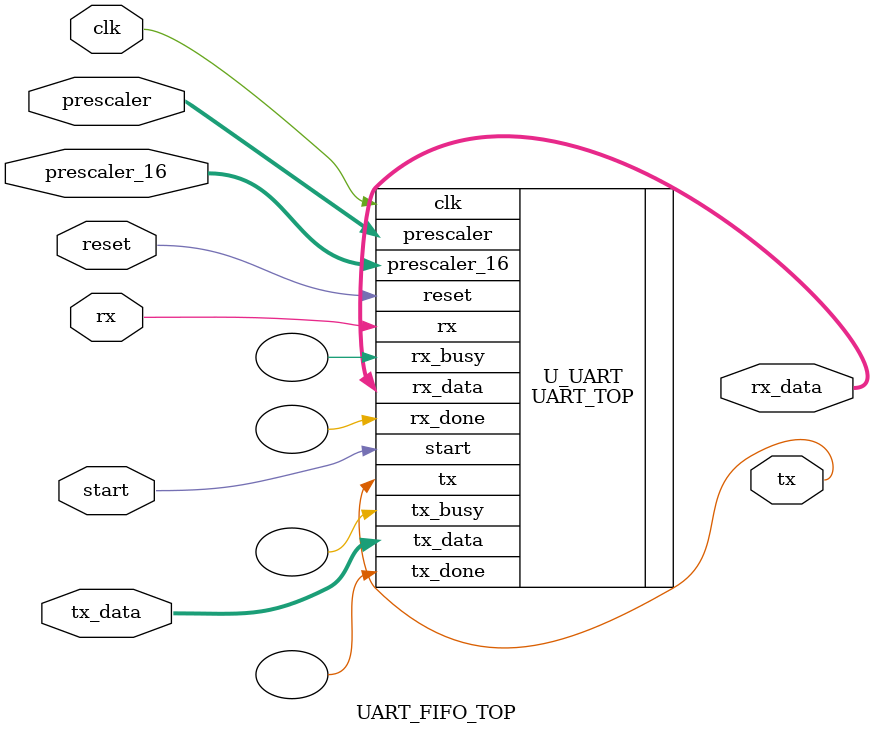
<source format=sv>
`timescale 1ns / 1ps

module periph_uart (
    input  logic        PCLK,          // APB CLK
    input  logic        PRESET,        // APB asynchronous RESET
    // APB Interface Signals
    input  logic [31:0] PADDR,
    input  logic        PWRITE,
    input  logic        PSEL,
    input  logic        PENABLE,
    input  logic [31:0] PWDATA,
    output logic [31:0] PRDATA,
    output logic        PREADY,
    input  logic        start_button,
    // Internal Signals
    input  logic        rx,
    output logic        tx
);

    logic [31:0] prescaler;
    logic [31:0] prescaler_16;
    logic [7:0] tx_data, rx_data;
    logic control, clk_out;

    assign prescaler_16 = prescaler / 16;

    
    apb_slave_interface_uart U_APB_SLAVE_INTERFACE (
        .*,
        .control(control),
        .prescaler(prescaler),
        .tx_data(tx_data),
        .rx_data(rx_data)
    );

    clock_gate U_CLOCK_GATE (
        .clk_in (PCLK),
        .enable (control),
        .clk_out(clk_out)
    );

    UART_FIFO_TOP U_UART (
        .clk(clk_out),
        .reset(PRESET),
        .start(start_button),
        .prescaler(prescaler),
        .prescaler_16(prescaler_16),
        .tx_data(tx_data),
        .rx_data(rx_data),
        .rx(rx),
        .tx(tx)
    );
endmodule


module apb_slave_interface_uart (
    input  logic        PCLK,     // APB CLK
    input  logic        PRESET,   // APB asynchronous RESET
    // APB Interface Signals
    input  logic [31:0] PADDR,
    input  logic        PWRITE,
    input  logic        PSEL,
    input  logic        PENABLE,
    input  logic [31:0] PWDATA,
    output logic [31:0] PRDATA,
    output logic        PREADY,
    // Internal Signals
    output logic        control,
    output logic [31:0] prescaler,
    output logic [ 7:0] tx_data,
    input  logic [ 7:0] rx_data
);

    localparam START_ADDR = 4'h0;
    localparam PRESCALER_ADDR = 4'h4;
    localparam TX_ADDR = 4'h8;
    localparam RX_ADDR = 4'hc;

    logic [31:0] start_reg, prescaler_reg, rx_reg, tx_reg;

    assign control = start_reg[0];
    assign prescaler = prescaler_reg;
    assign tx_data = tx_reg[7:0];
    assign rx_reg  = {24'b0, rx_data};

    always_ff @(posedge PCLK, posedge PRESET) begin
        if (PRESET) begin
            start_reg <= 0; 
            prescaler_reg <= 0;
            tx_reg <= 0;   
        end else begin
            PREADY <= 1'b0;

            if (PSEL && PENABLE && PWRITE) begin
                PREADY <= 1'b1;
                case (PADDR[3:0])
                    START_ADDR: start_reg <= PWDATA;
                    PRESCALER_ADDR: prescaler_reg <= PWDATA;
                    TX_ADDR: tx_reg <= PWDATA;
                    default: ;
                endcase
            end else if (PSEL && PENABLE && !PWRITE) begin
                PREADY <= 1'b1;
                case (PADDR[3:0])
                    START_ADDR: PRDATA <= start_reg;
                    PRESCALER_ADDR: PRDATA <= prescaler_reg;
                    RX_ADDR: PRDATA <= rx_reg;
                    default: PRDATA = 'x;
                endcase
            end
        end
    end
endmodule


module UART_FIFO_TOP (
    input clk,
    input reset,
    input start,
    input [31:0] prescaler,
    input [31:0] prescaler_16,
    input [7:0] tx_data,
    output [7:0] rx_data,
    input rx,
    output tx
);

    wire [7:0] w_tx_data, w_rx_data;
    wire w_empty, w_full;
    wire w_start;


    wire [7:0] w_fifo_data;

    wire w_tx_busy, w_rx_done;

    /*
    FIFO U_TX_FIFO(
    .clk(clk), .reset(reset),
    .wData(tx_data),
    .wr_en(1),
    .full(),
    .rData(w_tx_data),
    .rd_en(1),
    .empty()
    );
*/

    UART_TOP U_UART (
        .clk(clk),
        .prescaler(prescaler),
        .prescaler_16(prescaler_16),
        .reset(reset),
        .start(start),
        .tx_data(tx_data),
        .rx(rx),
        .tx(tx),
        .rx_data(rx_data),
        .tx_busy(),
        .tx_done(),
        .rx_busy(),
        .rx_done()
    );

    /*
    FIFO U_RX_FIFO(
    .clk(clk), .reset(reset),
    .wData(rx_data),
    .wr_en(1),
    .full(),
    .rData(rx_data),
    .rd_en(1),
    .empty()
    ); 
    */
endmodule

</source>
